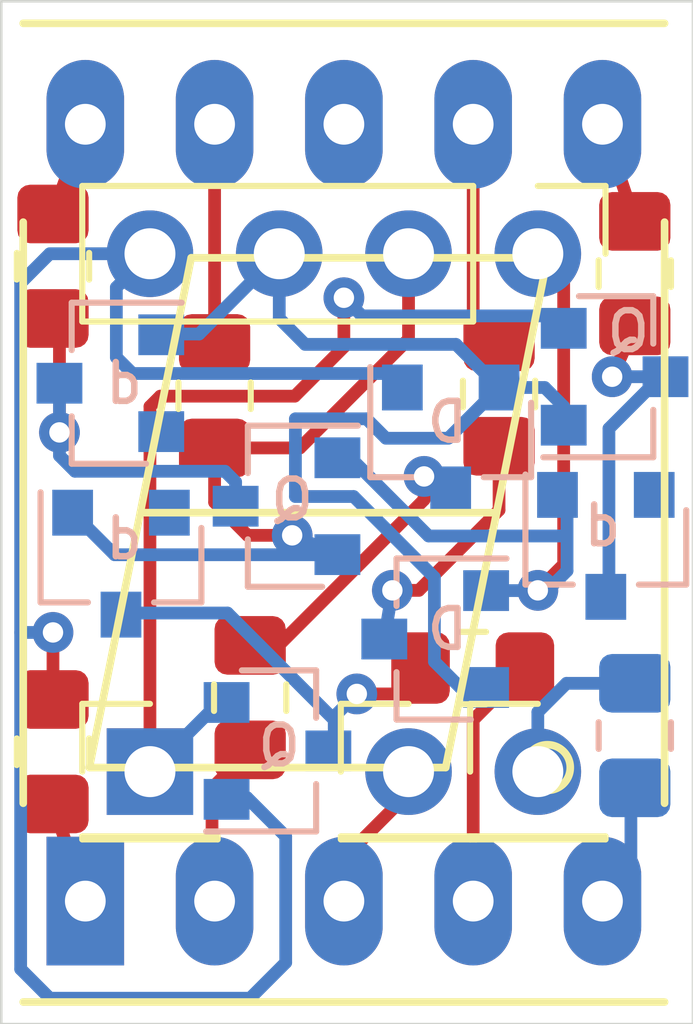
<source format=kicad_pcb>
(kicad_pcb (version 20171130) (host pcbnew 5.1.9+dfsg1-1+deb11u1)

  (general
    (thickness 1.6)
    (drawings 12)
    (tracks 127)
    (zones 0)
    (modules 21)
    (nets 22)
  )

  (page A4)
  (layers
    (0 F.Cu signal hide)
    (31 B.Cu signal hide)
    (32 B.Adhes user hide)
    (33 F.Adhes user hide)
    (34 B.Paste user)
    (35 F.Paste user hide)
    (36 B.SilkS user)
    (37 F.SilkS user hide)
    (38 B.Mask user)
    (39 F.Mask user hide)
    (40 Dwgs.User user)
    (41 Cmts.User user)
    (42 Eco1.User user)
    (43 Eco2.User user)
    (44 Edge.Cuts user)
    (45 Margin user hide)
    (46 B.CrtYd user)
    (47 F.CrtYd user hide)
    (48 B.Fab user)
    (49 F.Fab user hide)
  )

  (setup
    (last_trace_width 0.25)
    (trace_clearance 0.2)
    (zone_clearance 0.508)
    (zone_45_only no)
    (trace_min 0.2)
    (via_size 0.8)
    (via_drill 0.4)
    (via_min_size 0.4)
    (via_min_drill 0.3)
    (uvia_size 0.3)
    (uvia_drill 0.1)
    (uvias_allowed no)
    (uvia_min_size 0.2)
    (uvia_min_drill 0.1)
    (edge_width 0.05)
    (segment_width 0.2)
    (pcb_text_width 0.3)
    (pcb_text_size 1.5 1.5)
    (mod_edge_width 0.12)
    (mod_text_size 1 1)
    (mod_text_width 0.15)
    (pad_size 1.7 1.7)
    (pad_drill 1)
    (pad_to_mask_clearance 0)
    (aux_axis_origin 0 0)
    (visible_elements 7FFFEFFF)
    (pcbplotparams
      (layerselection 0x010fc_ffffffff)
      (usegerberextensions false)
      (usegerberattributes true)
      (usegerberadvancedattributes true)
      (creategerberjobfile true)
      (excludeedgelayer true)
      (linewidth 0.100000)
      (plotframeref false)
      (viasonmask false)
      (mode 1)
      (useauxorigin false)
      (hpglpennumber 1)
      (hpglpenspeed 20)
      (hpglpendiameter 15.000000)
      (psnegative false)
      (psa4output false)
      (plotreference true)
      (plotvalue true)
      (plotinvisibletext false)
      (padsonsilk false)
      (subtractmaskfromsilk false)
      (outputformat 1)
      (mirror false)
      (drillshape 1)
      (scaleselection 1)
      (outputdirectory ""))
  )

  (net 0 "")
  (net 1 "Net-(AFF1-Pad1)")
  (net 2 "Net-(AFF1-Pad2)")
  (net 3 "Net-(AFF1-Pad3)")
  (net 4 "Net-(AFF1-Pad4)")
  (net 5 "Net-(AFF1-Pad5)")
  (net 6 "Net-(AFF1-Pad6)")
  (net 7 "Net-(AFF1-Pad7)")
  (net 8 "Net-(AFF1-Pad9)")
  (net 9 "Net-(AFF1-Pad10)")
  (net 10 "Net-(D1-Pad3)")
  (net 11 "Net-(D1-Pad2)")
  (net 12 "Net-(D1-Pad1)")
  (net 13 "Net-(D2-Pad1)")
  (net 14 "Net-(D3-Pad2)")
  (net 15 "Net-(D3-Pad1)")
  (net 16 "Net-(D4-Pad3)")
  (net 17 "Net-(D4-Pad1)")
  (net 18 "Net-(D5-Pad1)")
  (net 19 "Net-(J1-Pad1)")
  (net 20 "Net-(J2-Pad1)")
  (net 21 "Net-(AFF1-Pad8)")

  (net_class Default "This is the default net class."
    (clearance 0.2)
    (trace_width 0.25)
    (via_dia 0.8)
    (via_drill 0.4)
    (uvia_dia 0.3)
    (uvia_drill 0.1)
    (add_net "Net-(AFF1-Pad1)")
    (add_net "Net-(AFF1-Pad10)")
    (add_net "Net-(AFF1-Pad2)")
    (add_net "Net-(AFF1-Pad3)")
    (add_net "Net-(AFF1-Pad4)")
    (add_net "Net-(AFF1-Pad5)")
    (add_net "Net-(AFF1-Pad6)")
    (add_net "Net-(AFF1-Pad7)")
    (add_net "Net-(AFF1-Pad8)")
    (add_net "Net-(AFF1-Pad9)")
    (add_net "Net-(D1-Pad1)")
    (add_net "Net-(D1-Pad2)")
    (add_net "Net-(D1-Pad3)")
    (add_net "Net-(D2-Pad1)")
    (add_net "Net-(D3-Pad1)")
    (add_net "Net-(D3-Pad2)")
    (add_net "Net-(D4-Pad1)")
    (add_net "Net-(D4-Pad3)")
    (add_net "Net-(D5-Pad1)")
    (add_net "Net-(J1-Pad1)")
    (add_net "Net-(J2-Pad1)")
  )

  (module Connector_PinHeader_2.54mm:PinHeader_1x01_P2.54mm_Vertical (layer F.Cu) (tedit 6541B3D2) (tstamp 6542E249)
    (at 146.05 78.74)
    (descr "Through hole straight pin header, 1x01, 2.54mm pitch, single row")
    (tags "Through hole pin header THT 1x01 2.54mm single row")
    (path /655213ED)
    (fp_text reference J4 (at 0 -2.33) (layer F.SilkS) hide
      (effects (font (size 1 1) (thickness 0.15)))
    )
    (fp_text value Conn_01x01_Male (at 0 2.33) (layer F.Fab)
      (effects (font (size 1 1) (thickness 0.15)))
    )
    (fp_line (start 1.8 -1.8) (end -1.8 -1.8) (layer F.CrtYd) (width 0.05))
    (fp_line (start 1.8 1.8) (end 1.8 -1.8) (layer F.CrtYd) (width 0.05))
    (fp_line (start -1.8 1.8) (end 1.8 1.8) (layer F.CrtYd) (width 0.05))
    (fp_line (start -1.8 -1.8) (end -1.8 1.8) (layer F.CrtYd) (width 0.05))
    (fp_line (start -1.33 -1.33) (end 0 -1.33) (layer F.SilkS) (width 0.12))
    (fp_line (start -1.33 0) (end -1.33 -1.33) (layer F.SilkS) (width 0.12))
    (fp_line (start -1.33 1.27) (end 1.33 1.27) (layer F.SilkS) (width 0.12))
    (fp_line (start 1.33 1.27) (end 1.33 1.33) (layer F.SilkS) (width 0.12))
    (fp_line (start -1.33 1.27) (end -1.33 1.33) (layer F.SilkS) (width 0.12))
    (fp_line (start -1.33 1.33) (end 1.33 1.33) (layer F.SilkS) (width 0.12))
    (fp_line (start -1.27 -0.635) (end -0.635 -1.27) (layer F.Fab) (width 0.1))
    (fp_line (start -1.27 1.27) (end -1.27 -0.635) (layer F.Fab) (width 0.1))
    (fp_line (start 1.27 1.27) (end -1.27 1.27) (layer F.Fab) (width 0.1))
    (fp_line (start 1.27 -1.27) (end 1.27 1.27) (layer F.Fab) (width 0.1))
    (fp_line (start -0.635 -1.27) (end 1.27 -1.27) (layer F.Fab) (width 0.1))
    (fp_text user %R (at 0 0 90) (layer F.Fab)
      (effects (font (size 1 1) (thickness 0.15)))
    )
    (pad 1 thru_hole circle (at 0 0) (size 1.7 1.7) (drill 1) (layers *.Cu *.Mask)
      (net 3 "Net-(AFF1-Pad3)"))
    (model ${KISYS3DMOD}/Connector_PinHeader_2.54mm.3dshapes/PinHeader_1x01_P2.54mm_Vertical.wrl
      (at (xyz 0 0 0))
      (scale (xyz 1 1 1))
      (rotate (xyz 0 0 0))
    )
  )

  (module Package_TO_SOT_SMD:SOT-23 (layer B.Cu) (tedit 5A02FF57) (tstamp 6542383F)
    (at 146.878 72.204 270)
    (descr "SOT-23, Standard")
    (tags SOT-23)
    (path /6541A081)
    (attr smd)
    (fp_text reference D4 (at -0.957 -5.903 90) (layer B.SilkS) hide
      (effects (font (size 1 1) (thickness 0.15)) (justify mirror))
    )
    (fp_text value D_Schottky_x2_KCom_AAK (at -0.576 -15.301 90) (layer B.Fab)
      (effects (font (size 1 1) (thickness 0.15)) (justify mirror))
    )
    (fp_line (start -0.7 0.95) (end -0.7 -1.5) (layer B.Fab) (width 0.1))
    (fp_line (start -0.15 1.52) (end 0.7 1.52) (layer B.Fab) (width 0.1))
    (fp_line (start -0.7 0.95) (end -0.15 1.52) (layer B.Fab) (width 0.1))
    (fp_line (start 0.7 1.52) (end 0.7 -1.52) (layer B.Fab) (width 0.1))
    (fp_line (start -0.7 -1.52) (end 0.7 -1.52) (layer B.Fab) (width 0.1))
    (fp_line (start 0.76 -1.58) (end 0.76 -0.65) (layer B.SilkS) (width 0.12))
    (fp_line (start 0.76 1.58) (end 0.76 0.65) (layer B.SilkS) (width 0.12))
    (fp_line (start -1.7 1.75) (end 1.7 1.75) (layer B.CrtYd) (width 0.05))
    (fp_line (start 1.7 1.75) (end 1.7 -1.75) (layer B.CrtYd) (width 0.05))
    (fp_line (start 1.7 -1.75) (end -1.7 -1.75) (layer B.CrtYd) (width 0.05))
    (fp_line (start -1.7 -1.75) (end -1.7 1.75) (layer B.CrtYd) (width 0.05))
    (fp_line (start 0.76 1.58) (end -1.4 1.58) (layer B.SilkS) (width 0.12))
    (fp_line (start 0.76 -1.58) (end -0.7 -1.58) (layer B.SilkS) (width 0.12))
    (fp_text user %R (at 0 0 180) (layer B.Fab)
      (effects (font (size 0.5 0.5) (thickness 0.075)) (justify mirror))
    )
    (pad 3 smd rect (at 1 0 270) (size 0.9 0.8) (layers B.Cu B.Paste B.Mask)
      (net 16 "Net-(D4-Pad3)"))
    (pad 2 smd rect (at -1 -0.95 270) (size 0.9 0.8) (layers B.Cu B.Paste B.Mask)
      (net 11 "Net-(D1-Pad2)"))
    (pad 1 smd rect (at -1 0.95 270) (size 0.9 0.8) (layers B.Cu B.Paste B.Mask)
      (net 17 "Net-(D4-Pad1)"))
    (model ${KISYS3DMOD}/Package_TO_SOT_SMD.3dshapes/SOT-23.wrl
      (at (xyz 0 0 0))
      (scale (xyz 1 1 1))
      (rotate (xyz 0 0 0))
    )
  )

  (module Package_TO_SOT_SMD:SOT-23 (layer B.Cu) (tedit 5A02FF57) (tstamp 654235CA)
    (at 146.574 76.139 180)
    (descr "SOT-23, Standard")
    (tags SOT-23)
    (path /65419F56)
    (attr smd)
    (fp_text reference D1 (at -7.731 0.447) (layer B.SilkS) hide
      (effects (font (size 1 1) (thickness 0.15)) (justify mirror))
    )
    (fp_text value D_Schottky_x2_KCom_AAK (at -15.351 -4.379) (layer B.Fab)
      (effects (font (size 1 1) (thickness 0.15)) (justify mirror))
    )
    (fp_line (start -0.7 0.95) (end -0.7 -1.5) (layer B.Fab) (width 0.1))
    (fp_line (start -0.15 1.52) (end 0.7 1.52) (layer B.Fab) (width 0.1))
    (fp_line (start -0.7 0.95) (end -0.15 1.52) (layer B.Fab) (width 0.1))
    (fp_line (start 0.7 1.52) (end 0.7 -1.52) (layer B.Fab) (width 0.1))
    (fp_line (start -0.7 -1.52) (end 0.7 -1.52) (layer B.Fab) (width 0.1))
    (fp_line (start 0.76 -1.58) (end 0.76 -0.65) (layer B.SilkS) (width 0.12))
    (fp_line (start 0.76 1.58) (end 0.76 0.65) (layer B.SilkS) (width 0.12))
    (fp_line (start -1.7 1.75) (end 1.7 1.75) (layer B.CrtYd) (width 0.05))
    (fp_line (start 1.7 1.75) (end 1.7 -1.75) (layer B.CrtYd) (width 0.05))
    (fp_line (start 1.7 -1.75) (end -1.7 -1.75) (layer B.CrtYd) (width 0.05))
    (fp_line (start -1.7 -1.75) (end -1.7 1.75) (layer B.CrtYd) (width 0.05))
    (fp_line (start 0.76 1.58) (end -1.4 1.58) (layer B.SilkS) (width 0.12))
    (fp_line (start 0.76 -1.58) (end -0.7 -1.58) (layer B.SilkS) (width 0.12))
    (fp_text user %R (at 0 0 270) (layer B.Fab)
      (effects (font (size 0.5 0.5) (thickness 0.075)) (justify mirror))
    )
    (pad 3 smd rect (at 1 0 180) (size 0.9 0.8) (layers B.Cu B.Paste B.Mask)
      (net 10 "Net-(D1-Pad3)"))
    (pad 2 smd rect (at -1 -0.95 180) (size 0.9 0.8) (layers B.Cu B.Paste B.Mask)
      (net 11 "Net-(D1-Pad2)"))
    (pad 1 smd rect (at -1 0.95 180) (size 0.9 0.8) (layers B.Cu B.Paste B.Mask)
      (net 12 "Net-(D1-Pad1)"))
    (model ${KISYS3DMOD}/Package_TO_SOT_SMD.3dshapes/SOT-23.wrl
      (at (xyz 0 0 0))
      (scale (xyz 1 1 1))
      (rotate (xyz 0 0 0))
    )
  )

  (module Diode_SMD:D_SOT-23_ANK (layer B.Cu) (tedit 587CCEF9) (tstamp 654238F6)
    (at 140.192 71.12 180)
    (descr "SOT-23, Single Diode")
    (tags SOT-23)
    (path /6541E7AC)
    (attr smd)
    (fp_text reference D5 (at 0 2.5) (layer B.SilkS) hide
      (effects (font (size 1 1) (thickness 0.15)) (justify mirror))
    )
    (fp_text value 1N4148W (at 5.826 1.905) (layer B.Fab)
      (effects (font (size 1 1) (thickness 0.15)) (justify mirror))
    )
    (fp_line (start -0.15 0.45) (end -0.4 0.45) (layer B.Fab) (width 0.1))
    (fp_line (start -0.15 0.25) (end 0.15 0.45) (layer B.Fab) (width 0.1))
    (fp_line (start -0.15 0.65) (end -0.15 0.25) (layer B.Fab) (width 0.1))
    (fp_line (start 0.15 0.45) (end -0.15 0.65) (layer B.Fab) (width 0.1))
    (fp_line (start 0.15 0.45) (end 0.4 0.45) (layer B.Fab) (width 0.1))
    (fp_line (start 0.15 0.65) (end 0.15 0.25) (layer B.Fab) (width 0.1))
    (fp_line (start 0.76 -1.58) (end 0.76 -0.65) (layer B.SilkS) (width 0.12))
    (fp_line (start 0.76 1.58) (end 0.76 0.65) (layer B.SilkS) (width 0.12))
    (fp_line (start 0.7 1.52) (end 0.7 -1.52) (layer B.Fab) (width 0.1))
    (fp_line (start -0.7 -1.52) (end 0.7 -1.52) (layer B.Fab) (width 0.1))
    (fp_line (start -1.7 1.75) (end 1.7 1.75) (layer B.CrtYd) (width 0.05))
    (fp_line (start 1.7 1.75) (end 1.7 -1.75) (layer B.CrtYd) (width 0.05))
    (fp_line (start 1.7 -1.75) (end -1.7 -1.75) (layer B.CrtYd) (width 0.05))
    (fp_line (start -1.7 -1.75) (end -1.7 1.75) (layer B.CrtYd) (width 0.05))
    (fp_line (start 0.76 1.58) (end -1.4 1.58) (layer B.SilkS) (width 0.12))
    (fp_line (start -0.7 1.52) (end 0.7 1.52) (layer B.Fab) (width 0.1))
    (fp_line (start -0.7 1.52) (end -0.7 -1.52) (layer B.Fab) (width 0.1))
    (fp_line (start 0.76 -1.58) (end -0.7 -1.58) (layer B.SilkS) (width 0.12))
    (fp_text user %R (at 3.413 3.556) (layer B.Fab)
      (effects (font (size 1 1) (thickness 0.15)) (justify mirror))
    )
    (pad 1 smd rect (at 1 0 180) (size 0.9 0.8) (layers B.Cu B.Paste B.Mask)
      (net 18 "Net-(D5-Pad1)"))
    (pad "" smd rect (at -1 -0.95 180) (size 0.9 0.8) (layers B.Cu B.Paste B.Mask))
    (pad 2 smd rect (at -1 0.95 180) (size 0.9 0.8) (layers B.Cu B.Paste B.Mask)
      (net 11 "Net-(D1-Pad2)"))
    (model ${KISYS3DMOD}/Diode_SMD.3dshapes/D_SOT-23.wrl
      (at (xyz 0 0 0))
      (scale (xyz 1 1 1))
      (rotate (xyz 0 0 0))
    )
  )

  (module Diode_SMD:D_SOT-23_ANK (layer B.Cu) (tedit 587CCEF9) (tstamp 65423738)
    (at 140.401 74.66 270)
    (descr "SOT-23, Single Diode")
    (tags SOT-23)
    (path /6541E3F4)
    (attr smd)
    (fp_text reference D3 (at 1.032 3.368 90) (layer B.SilkS) hide
      (effects (font (size 1 1) (thickness 0.15)) (justify mirror))
    )
    (fp_text value 1N4148W (at 2.429 6.797 90) (layer B.Fab)
      (effects (font (size 1 1) (thickness 0.15)) (justify mirror))
    )
    (fp_line (start -0.15 0.45) (end -0.4 0.45) (layer B.Fab) (width 0.1))
    (fp_line (start -0.15 0.25) (end 0.15 0.45) (layer B.Fab) (width 0.1))
    (fp_line (start -0.15 0.65) (end -0.15 0.25) (layer B.Fab) (width 0.1))
    (fp_line (start 0.15 0.45) (end -0.15 0.65) (layer B.Fab) (width 0.1))
    (fp_line (start 0.15 0.45) (end 0.4 0.45) (layer B.Fab) (width 0.1))
    (fp_line (start 0.15 0.65) (end 0.15 0.25) (layer B.Fab) (width 0.1))
    (fp_line (start 0.76 -1.58) (end 0.76 -0.65) (layer B.SilkS) (width 0.12))
    (fp_line (start 0.76 1.58) (end 0.76 0.65) (layer B.SilkS) (width 0.12))
    (fp_line (start 0.7 1.52) (end 0.7 -1.52) (layer B.Fab) (width 0.1))
    (fp_line (start -0.7 -1.52) (end 0.7 -1.52) (layer B.Fab) (width 0.1))
    (fp_line (start -1.7 1.75) (end 1.7 1.75) (layer B.CrtYd) (width 0.05))
    (fp_line (start 1.7 1.75) (end 1.7 -1.75) (layer B.CrtYd) (width 0.05))
    (fp_line (start 1.7 -1.75) (end -1.7 -1.75) (layer B.CrtYd) (width 0.05))
    (fp_line (start -1.7 -1.75) (end -1.7 1.75) (layer B.CrtYd) (width 0.05))
    (fp_line (start 0.76 1.58) (end -1.4 1.58) (layer B.SilkS) (width 0.12))
    (fp_line (start -0.7 1.52) (end 0.7 1.52) (layer B.Fab) (width 0.1))
    (fp_line (start -0.7 1.52) (end -0.7 -1.52) (layer B.Fab) (width 0.1))
    (fp_line (start 0.76 -1.58) (end -0.7 -1.58) (layer B.SilkS) (width 0.12))
    (fp_text user %R (at -3.159 5.527 90) (layer B.Fab)
      (effects (font (size 1 1) (thickness 0.15)) (justify mirror))
    )
    (pad 1 smd rect (at 1 0 270) (size 0.9 0.8) (layers B.Cu B.Paste B.Mask)
      (net 15 "Net-(D3-Pad1)"))
    (pad "" smd rect (at -1 -0.95 270) (size 0.9 0.8) (layers B.Cu B.Paste B.Mask))
    (pad 2 smd rect (at -1 0.95 270) (size 0.9 0.8) (layers B.Cu B.Paste B.Mask)
      (net 14 "Net-(D3-Pad2)"))
    (model ${KISYS3DMOD}/Diode_SMD.3dshapes/D_SOT-23.wrl
      (at (xyz 0 0 0))
      (scale (xyz 1 1 1))
      (rotate (xyz 0 0 0))
    )
  )

  (module Diode_SMD:D_SOT-23_ANK (layer B.Cu) (tedit 587CCEF9) (tstamp 65423681)
    (at 149.926 74.311 270)
    (descr "SOT-23, Single Diode")
    (tags SOT-23)
    (path /6541E1BB)
    (attr smd)
    (fp_text reference D2 (at -3.318 -4.76) (layer B.SilkS) hide
      (effects (font (size 1 1) (thickness 0.15)) (justify mirror))
    )
    (fp_text value 1N4148W (at -0.143 -7.681 90) (layer B.Fab)
      (effects (font (size 1 1) (thickness 0.15)) (justify mirror))
    )
    (fp_line (start -0.15 0.45) (end -0.4 0.45) (layer B.Fab) (width 0.1))
    (fp_line (start -0.15 0.25) (end 0.15 0.45) (layer B.Fab) (width 0.1))
    (fp_line (start -0.15 0.65) (end -0.15 0.25) (layer B.Fab) (width 0.1))
    (fp_line (start 0.15 0.45) (end -0.15 0.65) (layer B.Fab) (width 0.1))
    (fp_line (start 0.15 0.45) (end 0.4 0.45) (layer B.Fab) (width 0.1))
    (fp_line (start 0.15 0.65) (end 0.15 0.25) (layer B.Fab) (width 0.1))
    (fp_line (start 0.76 -1.58) (end 0.76 -0.65) (layer B.SilkS) (width 0.12))
    (fp_line (start 0.76 1.58) (end 0.76 0.65) (layer B.SilkS) (width 0.12))
    (fp_line (start 0.7 1.52) (end 0.7 -1.52) (layer B.Fab) (width 0.1))
    (fp_line (start -0.7 -1.52) (end 0.7 -1.52) (layer B.Fab) (width 0.1))
    (fp_line (start -1.7 1.75) (end 1.7 1.75) (layer B.CrtYd) (width 0.05))
    (fp_line (start 1.7 1.75) (end 1.7 -1.75) (layer B.CrtYd) (width 0.05))
    (fp_line (start 1.7 -1.75) (end -1.7 -1.75) (layer B.CrtYd) (width 0.05))
    (fp_line (start -1.7 -1.75) (end -1.7 1.75) (layer B.CrtYd) (width 0.05))
    (fp_line (start 0.76 1.58) (end -1.4 1.58) (layer B.SilkS) (width 0.12))
    (fp_line (start -0.7 1.52) (end 0.7 1.52) (layer B.Fab) (width 0.1))
    (fp_line (start -0.7 1.52) (end -0.7 -1.52) (layer B.Fab) (width 0.1))
    (fp_line (start 0.76 -1.58) (end -0.7 -1.58) (layer B.SilkS) (width 0.12))
    (fp_text user %R (at -1.032 -4.252 90) (layer B.Fab)
      (effects (font (size 1 1) (thickness 0.15)) (justify mirror))
    )
    (pad 1 smd rect (at 1 0 270) (size 0.9 0.8) (layers B.Cu B.Paste B.Mask)
      (net 13 "Net-(D2-Pad1)"))
    (pad "" smd rect (at -1 -0.95 270) (size 0.9 0.8) (layers B.Cu B.Paste B.Mask))
    (pad 2 smd rect (at -1 0.95 270) (size 0.9 0.8) (layers B.Cu B.Paste B.Mask)
      (net 12 "Net-(D1-Pad1)"))
    (model ${KISYS3DMOD}/Diode_SMD.3dshapes/D_SOT-23.wrl
      (at (xyz 0 0 0))
      (scale (xyz 1 1 1))
      (rotate (xyz 0 0 0))
    )
  )

  (module Resistor_SMD:R_0805_2012Metric_Pad1.15x1.40mm_HandSolder (layer B.Cu) (tedit 5B36C52B) (tstamp 65424709)
    (at 150.495 78.0325 90)
    (descr "Resistor SMD 0805 (2012 Metric), square (rectangular) end terminal, IPC_7351 nominal with elongated pad for handsoldering. (Body size source: https://docs.google.com/spreadsheets/d/1BsfQQcO9C6DZCsRaXUlFlo91Tg2WpOkGARC1WS5S8t0/edit?usp=sharing), generated with kicad-footprint-generator")
    (tags "resistor handsolder")
    (path /654B1E96)
    (attr smd)
    (fp_text reference R8 (at -0.4535 4.064 90) (layer B.SilkS) hide
      (effects (font (size 1 1) (thickness 0.15)) (justify mirror))
    )
    (fp_text value R (at 0 -1.65 90) (layer B.Fab)
      (effects (font (size 1 1) (thickness 0.15)) (justify mirror))
    )
    (fp_line (start -1 -0.6) (end -1 0.6) (layer B.Fab) (width 0.1))
    (fp_line (start -1 0.6) (end 1 0.6) (layer B.Fab) (width 0.1))
    (fp_line (start 1 0.6) (end 1 -0.6) (layer B.Fab) (width 0.1))
    (fp_line (start 1 -0.6) (end -1 -0.6) (layer B.Fab) (width 0.1))
    (fp_line (start -0.261252 0.71) (end 0.261252 0.71) (layer B.SilkS) (width 0.12))
    (fp_line (start -0.261252 -0.71) (end 0.261252 -0.71) (layer B.SilkS) (width 0.12))
    (fp_line (start -1.85 -0.95) (end -1.85 0.95) (layer B.CrtYd) (width 0.05))
    (fp_line (start -1.85 0.95) (end 1.85 0.95) (layer B.CrtYd) (width 0.05))
    (fp_line (start 1.85 0.95) (end 1.85 -0.95) (layer B.CrtYd) (width 0.05))
    (fp_line (start 1.85 -0.95) (end -1.85 -0.95) (layer B.CrtYd) (width 0.05))
    (fp_text user %R (at 0 0 90) (layer B.Fab)
      (effects (font (size 0.5 0.5) (thickness 0.08)) (justify mirror))
    )
    (pad 2 smd roundrect (at 1.025 0 90) (size 1.15 1.4) (layers B.Cu B.Paste B.Mask) (roundrect_rratio 0.217391)
      (net 19 "Net-(J1-Pad1)"))
    (pad 1 smd roundrect (at -1.025 0 90) (size 1.15 1.4) (layers B.Cu B.Paste B.Mask) (roundrect_rratio 0.217391)
      (net 5 "Net-(AFF1-Pad5)"))
    (model ${KISYS3DMOD}/Resistor_SMD.3dshapes/R_0805_2012Metric.wrl
      (at (xyz 0 0 0))
      (scale (xyz 1 1 1))
      (rotate (xyz 0 0 0))
    )
  )

  (module Resistor_SMD:R_0805_2012Metric_Pad1.15x1.40mm_HandSolder (layer F.Cu) (tedit 5B36C52B) (tstamp 65424682)
    (at 139.065 68.825 270)
    (descr "Resistor SMD 0805 (2012 Metric), square (rectangular) end terminal, IPC_7351 nominal with elongated pad for handsoldering. (Body size source: https://docs.google.com/spreadsheets/d/1BsfQQcO9C6DZCsRaXUlFlo91Tg2WpOkGARC1WS5S8t0/edit?usp=sharing), generated with kicad-footprint-generator")
    (tags "resistor handsolder")
    (path /65420B81)
    (attr smd)
    (fp_text reference R7 (at 0 -1.65 90) (layer F.SilkS) hide
      (effects (font (size 1 1) (thickness 0.15)))
    )
    (fp_text value R (at 0 1.65 90) (layer F.Fab)
      (effects (font (size 1 1) (thickness 0.15)))
    )
    (fp_line (start -1 0.6) (end -1 -0.6) (layer F.Fab) (width 0.1))
    (fp_line (start -1 -0.6) (end 1 -0.6) (layer F.Fab) (width 0.1))
    (fp_line (start 1 -0.6) (end 1 0.6) (layer F.Fab) (width 0.1))
    (fp_line (start 1 0.6) (end -1 0.6) (layer F.Fab) (width 0.1))
    (fp_line (start -0.261252 -0.71) (end 0.261252 -0.71) (layer F.SilkS) (width 0.12))
    (fp_line (start -0.261252 0.71) (end 0.261252 0.71) (layer F.SilkS) (width 0.12))
    (fp_line (start -1.85 0.95) (end -1.85 -0.95) (layer F.CrtYd) (width 0.05))
    (fp_line (start -1.85 -0.95) (end 1.85 -0.95) (layer F.CrtYd) (width 0.05))
    (fp_line (start 1.85 -0.95) (end 1.85 0.95) (layer F.CrtYd) (width 0.05))
    (fp_line (start 1.85 0.95) (end -1.85 0.95) (layer F.CrtYd) (width 0.05))
    (fp_text user %R (at 0 0 90) (layer F.Fab)
      (effects (font (size 0.5 0.5) (thickness 0.08)))
    )
    (pad 2 smd roundrect (at 1.025 0 270) (size 1.15 1.4) (layers F.Cu F.Paste F.Mask) (roundrect_rratio 0.217391)
      (net 18 "Net-(D5-Pad1)"))
    (pad 1 smd roundrect (at -1.025 0 270) (size 1.15 1.4) (layers F.Cu F.Paste F.Mask) (roundrect_rratio 0.217391)
      (net 9 "Net-(AFF1-Pad10)"))
    (model ${KISYS3DMOD}/Resistor_SMD.3dshapes/R_0805_2012Metric.wrl
      (at (xyz 0 0 0))
      (scale (xyz 1 1 1))
      (rotate (xyz 0 0 0))
    )
  )

  (module Resistor_SMD:R_0805_2012Metric_Pad1.15x1.40mm_HandSolder (layer F.Cu) (tedit 5B36C52B) (tstamp 654245FB)
    (at 142.24 71.365 270)
    (descr "Resistor SMD 0805 (2012 Metric), square (rectangular) end terminal, IPC_7351 nominal with elongated pad for handsoldering. (Body size source: https://docs.google.com/spreadsheets/d/1BsfQQcO9C6DZCsRaXUlFlo91Tg2WpOkGARC1WS5S8t0/edit?usp=sharing), generated with kicad-footprint-generator")
    (tags "resistor handsolder")
    (path /65420765)
    (attr smd)
    (fp_text reference R6 (at 0 -1.65 90) (layer F.SilkS) hide
      (effects (font (size 1 1) (thickness 0.15)))
    )
    (fp_text value R (at 0 1.65 90) (layer F.Fab)
      (effects (font (size 1 1) (thickness 0.15)))
    )
    (fp_line (start -1 0.6) (end -1 -0.6) (layer F.Fab) (width 0.1))
    (fp_line (start -1 -0.6) (end 1 -0.6) (layer F.Fab) (width 0.1))
    (fp_line (start 1 -0.6) (end 1 0.6) (layer F.Fab) (width 0.1))
    (fp_line (start 1 0.6) (end -1 0.6) (layer F.Fab) (width 0.1))
    (fp_line (start -0.261252 -0.71) (end 0.261252 -0.71) (layer F.SilkS) (width 0.12))
    (fp_line (start -0.261252 0.71) (end 0.261252 0.71) (layer F.SilkS) (width 0.12))
    (fp_line (start -1.85 0.95) (end -1.85 -0.95) (layer F.CrtYd) (width 0.05))
    (fp_line (start -1.85 -0.95) (end 1.85 -0.95) (layer F.CrtYd) (width 0.05))
    (fp_line (start 1.85 -0.95) (end 1.85 0.95) (layer F.CrtYd) (width 0.05))
    (fp_line (start 1.85 0.95) (end -1.85 0.95) (layer F.CrtYd) (width 0.05))
    (fp_text user %R (at 0 0 90) (layer F.Fab)
      (effects (font (size 0.5 0.5) (thickness 0.08)))
    )
    (pad 2 smd roundrect (at 1.025 0 270) (size 1.15 1.4) (layers F.Cu F.Paste F.Mask) (roundrect_rratio 0.217391)
      (net 14 "Net-(D3-Pad2)"))
    (pad 1 smd roundrect (at -1.025 0 270) (size 1.15 1.4) (layers F.Cu F.Paste F.Mask) (roundrect_rratio 0.217391)
      (net 8 "Net-(AFF1-Pad9)"))
    (model ${KISYS3DMOD}/Resistor_SMD.3dshapes/R_0805_2012Metric.wrl
      (at (xyz 0 0 0))
      (scale (xyz 1 1 1))
      (rotate (xyz 0 0 0))
    )
  )

  (module Resistor_SMD:R_0805_2012Metric_Pad1.15x1.40mm_HandSolder (layer F.Cu) (tedit 5B36C52B) (tstamp 65424574)
    (at 139.065 78.35 90)
    (descr "Resistor SMD 0805 (2012 Metric), square (rectangular) end terminal, IPC_7351 nominal with elongated pad for handsoldering. (Body size source: https://docs.google.com/spreadsheets/d/1BsfQQcO9C6DZCsRaXUlFlo91Tg2WpOkGARC1WS5S8t0/edit?usp=sharing), generated with kicad-footprint-generator")
    (tags "resistor handsolder")
    (path /654204CF)
    (attr smd)
    (fp_text reference R5 (at 0 -1.65 90) (layer F.SilkS) hide
      (effects (font (size 1 1) (thickness 0.15)))
    )
    (fp_text value R (at 0 1.65 90) (layer F.Fab)
      (effects (font (size 1 1) (thickness 0.15)))
    )
    (fp_line (start -1 0.6) (end -1 -0.6) (layer F.Fab) (width 0.1))
    (fp_line (start -1 -0.6) (end 1 -0.6) (layer F.Fab) (width 0.1))
    (fp_line (start 1 -0.6) (end 1 0.6) (layer F.Fab) (width 0.1))
    (fp_line (start 1 0.6) (end -1 0.6) (layer F.Fab) (width 0.1))
    (fp_line (start -0.261252 -0.71) (end 0.261252 -0.71) (layer F.SilkS) (width 0.12))
    (fp_line (start -0.261252 0.71) (end 0.261252 0.71) (layer F.SilkS) (width 0.12))
    (fp_line (start -1.85 0.95) (end -1.85 -0.95) (layer F.CrtYd) (width 0.05))
    (fp_line (start -1.85 -0.95) (end 1.85 -0.95) (layer F.CrtYd) (width 0.05))
    (fp_line (start 1.85 -0.95) (end 1.85 0.95) (layer F.CrtYd) (width 0.05))
    (fp_line (start 1.85 0.95) (end -1.85 0.95) (layer F.CrtYd) (width 0.05))
    (fp_text user %R (at 0 0 90) (layer F.Fab)
      (effects (font (size 0.5 0.5) (thickness 0.08)))
    )
    (pad 2 smd roundrect (at 1.025 0 90) (size 1.15 1.4) (layers F.Cu F.Paste F.Mask) (roundrect_rratio 0.217391)
      (net 17 "Net-(D4-Pad1)"))
    (pad 1 smd roundrect (at -1.025 0 90) (size 1.15 1.4) (layers F.Cu F.Paste F.Mask) (roundrect_rratio 0.217391)
      (net 1 "Net-(AFF1-Pad1)"))
    (model ${KISYS3DMOD}/Resistor_SMD.3dshapes/R_0805_2012Metric.wrl
      (at (xyz 0 0 0))
      (scale (xyz 1 1 1))
      (rotate (xyz 0 0 0))
    )
  )

  (module Resistor_SMD:R_0805_2012Metric_Pad1.15x1.40mm_HandSolder (layer F.Cu) (tedit 5B36C52B) (tstamp 654244ED)
    (at 142.9385 77.2885 90)
    (descr "Resistor SMD 0805 (2012 Metric), square (rectangular) end terminal, IPC_7351 nominal with elongated pad for handsoldering. (Body size source: https://docs.google.com/spreadsheets/d/1BsfQQcO9C6DZCsRaXUlFlo91Tg2WpOkGARC1WS5S8t0/edit?usp=sharing), generated with kicad-footprint-generator")
    (tags "resistor handsolder")
    (path /6542010D)
    (attr smd)
    (fp_text reference R4 (at 0 -1.65 90) (layer F.SilkS) hide
      (effects (font (size 1 1) (thickness 0.15)))
    )
    (fp_text value R (at 0 1.65 90) (layer F.Fab)
      (effects (font (size 1 1) (thickness 0.15)))
    )
    (fp_line (start -1 0.6) (end -1 -0.6) (layer F.Fab) (width 0.1))
    (fp_line (start -1 -0.6) (end 1 -0.6) (layer F.Fab) (width 0.1))
    (fp_line (start 1 -0.6) (end 1 0.6) (layer F.Fab) (width 0.1))
    (fp_line (start 1 0.6) (end -1 0.6) (layer F.Fab) (width 0.1))
    (fp_line (start -0.261252 -0.71) (end 0.261252 -0.71) (layer F.SilkS) (width 0.12))
    (fp_line (start -0.261252 0.71) (end 0.261252 0.71) (layer F.SilkS) (width 0.12))
    (fp_line (start -1.85 0.95) (end -1.85 -0.95) (layer F.CrtYd) (width 0.05))
    (fp_line (start -1.85 -0.95) (end 1.85 -0.95) (layer F.CrtYd) (width 0.05))
    (fp_line (start 1.85 -0.95) (end 1.85 0.95) (layer F.CrtYd) (width 0.05))
    (fp_line (start 1.85 0.95) (end -1.85 0.95) (layer F.CrtYd) (width 0.05))
    (fp_text user %R (at 0 0 90) (layer F.Fab)
      (effects (font (size 0.5 0.5) (thickness 0.08)))
    )
    (pad 2 smd roundrect (at 1.025 0 90) (size 1.15 1.4) (layers F.Cu F.Paste F.Mask) (roundrect_rratio 0.217391)
      (net 16 "Net-(D4-Pad3)"))
    (pad 1 smd roundrect (at -1.025 0 90) (size 1.15 1.4) (layers F.Cu F.Paste F.Mask) (roundrect_rratio 0.217391)
      (net 2 "Net-(AFF1-Pad2)"))
    (model ${KISYS3DMOD}/Resistor_SMD.3dshapes/R_0805_2012Metric.wrl
      (at (xyz 0 0 0))
      (scale (xyz 1 1 1))
      (rotate (xyz 0 0 0))
    )
  )

  (module Resistor_SMD:R_0805_2012Metric_Pad1.15x1.40mm_HandSolder (layer F.Cu) (tedit 5B36C52B) (tstamp 65424466)
    (at 147.311 76.708 180)
    (descr "Resistor SMD 0805 (2012 Metric), square (rectangular) end terminal, IPC_7351 nominal with elongated pad for handsoldering. (Body size source: https://docs.google.com/spreadsheets/d/1BsfQQcO9C6DZCsRaXUlFlo91Tg2WpOkGARC1WS5S8t0/edit?usp=sharing), generated with kicad-footprint-generator")
    (tags "resistor handsolder")
    (path /6541FD88)
    (attr smd)
    (fp_text reference R3 (at 0 -1.65) (layer F.SilkS) hide
      (effects (font (size 1 1) (thickness 0.15)))
    )
    (fp_text value R (at 0 1.65) (layer F.Fab)
      (effects (font (size 1 1) (thickness 0.15)))
    )
    (fp_line (start -1 0.6) (end -1 -0.6) (layer F.Fab) (width 0.1))
    (fp_line (start -1 -0.6) (end 1 -0.6) (layer F.Fab) (width 0.1))
    (fp_line (start 1 -0.6) (end 1 0.6) (layer F.Fab) (width 0.1))
    (fp_line (start 1 0.6) (end -1 0.6) (layer F.Fab) (width 0.1))
    (fp_line (start -0.261252 -0.71) (end 0.261252 -0.71) (layer F.SilkS) (width 0.12))
    (fp_line (start -0.261252 0.71) (end 0.261252 0.71) (layer F.SilkS) (width 0.12))
    (fp_line (start -1.85 0.95) (end -1.85 -0.95) (layer F.CrtYd) (width 0.05))
    (fp_line (start -1.85 -0.95) (end 1.85 -0.95) (layer F.CrtYd) (width 0.05))
    (fp_line (start 1.85 -0.95) (end 1.85 0.95) (layer F.CrtYd) (width 0.05))
    (fp_line (start 1.85 0.95) (end -1.85 0.95) (layer F.CrtYd) (width 0.05))
    (fp_text user %R (at 0 0) (layer F.Fab)
      (effects (font (size 0.5 0.5) (thickness 0.08)))
    )
    (pad 2 smd roundrect (at 1.025 0 180) (size 1.15 1.4) (layers F.Cu F.Paste F.Mask) (roundrect_rratio 0.217391)
      (net 15 "Net-(D3-Pad1)"))
    (pad 1 smd roundrect (at -1.025 0 180) (size 1.15 1.4) (layers F.Cu F.Paste F.Mask) (roundrect_rratio 0.217391)
      (net 4 "Net-(AFF1-Pad4)"))
    (model ${KISYS3DMOD}/Resistor_SMD.3dshapes/R_0805_2012Metric.wrl
      (at (xyz 0 0 0))
      (scale (xyz 1 1 1))
      (rotate (xyz 0 0 0))
    )
  )

  (module Resistor_SMD:R_0805_2012Metric_Pad1.15x1.40mm_HandSolder (layer F.Cu) (tedit 5B36C52B) (tstamp 654243DF)
    (at 150.495 68.97 270)
    (descr "Resistor SMD 0805 (2012 Metric), square (rectangular) end terminal, IPC_7351 nominal with elongated pad for handsoldering. (Body size source: https://docs.google.com/spreadsheets/d/1BsfQQcO9C6DZCsRaXUlFlo91Tg2WpOkGARC1WS5S8t0/edit?usp=sharing), generated with kicad-footprint-generator")
    (tags "resistor handsolder")
    (path /6541F9C2)
    (attr smd)
    (fp_text reference R2 (at 0 -1.65 90) (layer F.SilkS) hide
      (effects (font (size 1 1) (thickness 0.15)))
    )
    (fp_text value R (at 0 1.65 90) (layer F.Fab)
      (effects (font (size 1 1) (thickness 0.15)))
    )
    (fp_line (start -1 0.6) (end -1 -0.6) (layer F.Fab) (width 0.1))
    (fp_line (start -1 -0.6) (end 1 -0.6) (layer F.Fab) (width 0.1))
    (fp_line (start 1 -0.6) (end 1 0.6) (layer F.Fab) (width 0.1))
    (fp_line (start 1 0.6) (end -1 0.6) (layer F.Fab) (width 0.1))
    (fp_line (start -0.261252 -0.71) (end 0.261252 -0.71) (layer F.SilkS) (width 0.12))
    (fp_line (start -0.261252 0.71) (end 0.261252 0.71) (layer F.SilkS) (width 0.12))
    (fp_line (start -1.85 0.95) (end -1.85 -0.95) (layer F.CrtYd) (width 0.05))
    (fp_line (start -1.85 -0.95) (end 1.85 -0.95) (layer F.CrtYd) (width 0.05))
    (fp_line (start 1.85 -0.95) (end 1.85 0.95) (layer F.CrtYd) (width 0.05))
    (fp_line (start 1.85 0.95) (end -1.85 0.95) (layer F.CrtYd) (width 0.05))
    (fp_text user %R (at 0 0 90) (layer F.Fab)
      (effects (font (size 0.5 0.5) (thickness 0.08)))
    )
    (pad 2 smd roundrect (at 1.025 0 270) (size 1.15 1.4) (layers F.Cu F.Paste F.Mask) (roundrect_rratio 0.217391)
      (net 13 "Net-(D2-Pad1)"))
    (pad 1 smd roundrect (at -1.025 0 270) (size 1.15 1.4) (layers F.Cu F.Paste F.Mask) (roundrect_rratio 0.217391)
      (net 6 "Net-(AFF1-Pad6)"))
    (model ${KISYS3DMOD}/Resistor_SMD.3dshapes/R_0805_2012Metric.wrl
      (at (xyz 0 0 0))
      (scale (xyz 1 1 1))
      (rotate (xyz 0 0 0))
    )
  )

  (module Resistor_SMD:R_0805_2012Metric_Pad1.15x1.40mm_HandSolder (layer F.Cu) (tedit 5B36C52B) (tstamp 65424358)
    (at 147.828 71.3322 270)
    (descr "Resistor SMD 0805 (2012 Metric), square (rectangular) end terminal, IPC_7351 nominal with elongated pad for handsoldering. (Body size source: https://docs.google.com/spreadsheets/d/1BsfQQcO9C6DZCsRaXUlFlo91Tg2WpOkGARC1WS5S8t0/edit?usp=sharing), generated with kicad-footprint-generator")
    (tags "resistor handsolder")
    (path /6541F1A1)
    (attr smd)
    (fp_text reference R1 (at 0 -1.65 90) (layer F.SilkS) hide
      (effects (font (size 1 1) (thickness 0.15)))
    )
    (fp_text value R (at 0 1.65 90) (layer F.Fab)
      (effects (font (size 1 1) (thickness 0.15)))
    )
    (fp_line (start -1 0.6) (end -1 -0.6) (layer F.Fab) (width 0.1))
    (fp_line (start -1 -0.6) (end 1 -0.6) (layer F.Fab) (width 0.1))
    (fp_line (start 1 -0.6) (end 1 0.6) (layer F.Fab) (width 0.1))
    (fp_line (start 1 0.6) (end -1 0.6) (layer F.Fab) (width 0.1))
    (fp_line (start -0.261252 -0.71) (end 0.261252 -0.71) (layer F.SilkS) (width 0.12))
    (fp_line (start -0.261252 0.71) (end 0.261252 0.71) (layer F.SilkS) (width 0.12))
    (fp_line (start -1.85 0.95) (end -1.85 -0.95) (layer F.CrtYd) (width 0.05))
    (fp_line (start -1.85 -0.95) (end 1.85 -0.95) (layer F.CrtYd) (width 0.05))
    (fp_line (start 1.85 -0.95) (end 1.85 0.95) (layer F.CrtYd) (width 0.05))
    (fp_line (start 1.85 0.95) (end -1.85 0.95) (layer F.CrtYd) (width 0.05))
    (fp_text user %R (at 0 0 90) (layer F.Fab)
      (effects (font (size 0.5 0.5) (thickness 0.08)))
    )
    (pad 2 smd roundrect (at 1.025 0 270) (size 1.15 1.4) (layers F.Cu F.Paste F.Mask) (roundrect_rratio 0.217391)
      (net 10 "Net-(D1-Pad3)"))
    (pad 1 smd roundrect (at -1.025 0 270) (size 1.15 1.4) (layers F.Cu F.Paste F.Mask) (roundrect_rratio 0.217391)
      (net 7 "Net-(AFF1-Pad7)"))
    (model ${KISYS3DMOD}/Resistor_SMD.3dshapes/R_0805_2012Metric.wrl
      (at (xyz 0 0 0))
      (scale (xyz 1 1 1))
      (rotate (xyz 0 0 0))
    )
  )

  (module Package_TO_SOT_SMD:SOT-23 (layer B.Cu) (tedit 5A02FF57) (tstamp 654242D1)
    (at 143.653 73.533 180)
    (descr "SOT-23, Standard")
    (tags SOT-23)
    (path /6541BA0A)
    (attr smd)
    (fp_text reference Q3 (at 6.747 2.159) (layer B.SilkS) hide
      (effects (font (size 1 1) (thickness 0.15)) (justify mirror))
    )
    (fp_text value DTA123E (at 9.287 -0.254) (layer B.Fab)
      (effects (font (size 1 1) (thickness 0.15)) (justify mirror))
    )
    (fp_line (start -0.7 0.95) (end -0.7 -1.5) (layer B.Fab) (width 0.1))
    (fp_line (start -0.15 1.52) (end 0.7 1.52) (layer B.Fab) (width 0.1))
    (fp_line (start -0.7 0.95) (end -0.15 1.52) (layer B.Fab) (width 0.1))
    (fp_line (start 0.7 1.52) (end 0.7 -1.52) (layer B.Fab) (width 0.1))
    (fp_line (start -0.7 -1.52) (end 0.7 -1.52) (layer B.Fab) (width 0.1))
    (fp_line (start 0.76 -1.58) (end 0.76 -0.65) (layer B.SilkS) (width 0.12))
    (fp_line (start 0.76 1.58) (end 0.76 0.65) (layer B.SilkS) (width 0.12))
    (fp_line (start -1.7 1.75) (end 1.7 1.75) (layer B.CrtYd) (width 0.05))
    (fp_line (start 1.7 1.75) (end 1.7 -1.75) (layer B.CrtYd) (width 0.05))
    (fp_line (start 1.7 -1.75) (end -1.7 -1.75) (layer B.CrtYd) (width 0.05))
    (fp_line (start -1.7 -1.75) (end -1.7 1.75) (layer B.CrtYd) (width 0.05))
    (fp_line (start 0.76 1.58) (end -1.4 1.58) (layer B.SilkS) (width 0.12))
    (fp_line (start 0.76 -1.58) (end -0.7 -1.58) (layer B.SilkS) (width 0.12))
    (fp_text user %R (at 0 0 270) (layer B.Fab)
      (effects (font (size 0.5 0.5) (thickness 0.075)) (justify mirror))
    )
    (pad 3 smd rect (at 1 0 180) (size 0.9 0.8) (layers B.Cu B.Paste B.Mask)
      (net 18 "Net-(D5-Pad1)"))
    (pad 2 smd rect (at -1 -0.95 180) (size 0.9 0.8) (layers B.Cu B.Paste B.Mask)
      (net 14 "Net-(D3-Pad2)"))
    (pad 1 smd rect (at -1 0.95 180) (size 0.9 0.8) (layers B.Cu B.Paste B.Mask)
      (net 12 "Net-(D1-Pad1)"))
    (model ${KISYS3DMOD}/Package_TO_SOT_SMD.3dshapes/SOT-23.wrl
      (at (xyz 0 0 0))
      (scale (xyz 1 1 1))
      (rotate (xyz 0 0 0))
    )
  )

  (module Package_TO_SOT_SMD:SOT-23 (layer B.Cu) (tedit 5A02FF57) (tstamp 654241CA)
    (at 143.4752 78.3336)
    (descr "SOT-23, Standard")
    (tags SOT-23)
    (path /6541B573)
    (attr smd)
    (fp_text reference Q2 (at 0 2.5) (layer B.SilkS) hide
      (effects (font (size 1 1) (thickness 0.15)) (justify mirror))
    )
    (fp_text value DTA123E (at -9.7442 3.7084) (layer B.Fab)
      (effects (font (size 1 1) (thickness 0.15)) (justify mirror))
    )
    (fp_line (start -0.7 0.95) (end -0.7 -1.5) (layer B.Fab) (width 0.1))
    (fp_line (start -0.15 1.52) (end 0.7 1.52) (layer B.Fab) (width 0.1))
    (fp_line (start -0.7 0.95) (end -0.15 1.52) (layer B.Fab) (width 0.1))
    (fp_line (start 0.7 1.52) (end 0.7 -1.52) (layer B.Fab) (width 0.1))
    (fp_line (start -0.7 -1.52) (end 0.7 -1.52) (layer B.Fab) (width 0.1))
    (fp_line (start 0.76 -1.58) (end 0.76 -0.65) (layer B.SilkS) (width 0.12))
    (fp_line (start 0.76 1.58) (end 0.76 0.65) (layer B.SilkS) (width 0.12))
    (fp_line (start -1.7 1.75) (end 1.7 1.75) (layer B.CrtYd) (width 0.05))
    (fp_line (start 1.7 1.75) (end 1.7 -1.75) (layer B.CrtYd) (width 0.05))
    (fp_line (start 1.7 -1.75) (end -1.7 -1.75) (layer B.CrtYd) (width 0.05))
    (fp_line (start -1.7 -1.75) (end -1.7 1.75) (layer B.CrtYd) (width 0.05))
    (fp_line (start 0.76 1.58) (end -1.4 1.58) (layer B.SilkS) (width 0.12))
    (fp_line (start 0.76 -1.58) (end -0.7 -1.58) (layer B.SilkS) (width 0.12))
    (fp_text user %R (at 0 0 -90) (layer B.Fab)
      (effects (font (size 0.5 0.5) (thickness 0.075)) (justify mirror))
    )
    (pad 3 smd rect (at 1 0) (size 0.9 0.8) (layers B.Cu B.Paste B.Mask)
      (net 15 "Net-(D3-Pad1)"))
    (pad 2 smd rect (at -1 -0.95) (size 0.9 0.8) (layers B.Cu B.Paste B.Mask)
      (net 20 "Net-(J2-Pad1)"))
    (pad 1 smd rect (at -1 0.95) (size 0.9 0.8) (layers B.Cu B.Paste B.Mask)
      (net 17 "Net-(D4-Pad1)"))
    (model ${KISYS3DMOD}/Package_TO_SOT_SMD.3dshapes/SOT-23.wrl
      (at (xyz 0 0 0))
      (scale (xyz 1 1 1))
      (rotate (xyz 0 0 0))
    )
  )

  (module Package_TO_SOT_SMD:SOT-23 (layer B.Cu) (tedit 5A02FF57) (tstamp 654240C3)
    (at 150.098 70.993)
    (descr "SOT-23, Standard")
    (tags SOT-23)
    (path /6541AC7E)
    (attr smd)
    (fp_text reference Q1 (at 3.318 -1.651) (layer B.SilkS) hide
      (effects (font (size 1 1) (thickness 0.15)) (justify mirror))
    )
    (fp_text value DTA123E (at 6.366 -3.175) (layer B.Fab)
      (effects (font (size 1 1) (thickness 0.15)) (justify mirror))
    )
    (fp_line (start -0.7 0.95) (end -0.7 -1.5) (layer B.Fab) (width 0.1))
    (fp_line (start -0.15 1.52) (end 0.7 1.52) (layer B.Fab) (width 0.1))
    (fp_line (start -0.7 0.95) (end -0.15 1.52) (layer B.Fab) (width 0.1))
    (fp_line (start 0.7 1.52) (end 0.7 -1.52) (layer B.Fab) (width 0.1))
    (fp_line (start -0.7 -1.52) (end 0.7 -1.52) (layer B.Fab) (width 0.1))
    (fp_line (start 0.76 -1.58) (end 0.76 -0.65) (layer B.SilkS) (width 0.12))
    (fp_line (start 0.76 1.58) (end 0.76 0.65) (layer B.SilkS) (width 0.12))
    (fp_line (start -1.7 1.75) (end 1.7 1.75) (layer B.CrtYd) (width 0.05))
    (fp_line (start 1.7 1.75) (end 1.7 -1.75) (layer B.CrtYd) (width 0.05))
    (fp_line (start 1.7 -1.75) (end -1.7 -1.75) (layer B.CrtYd) (width 0.05))
    (fp_line (start -1.7 -1.75) (end -1.7 1.75) (layer B.CrtYd) (width 0.05))
    (fp_line (start 0.76 1.58) (end -1.4 1.58) (layer B.SilkS) (width 0.12))
    (fp_line (start 0.76 -1.58) (end -0.7 -1.58) (layer B.SilkS) (width 0.12))
    (fp_text user %R (at 0 0 -90) (layer B.Fab)
      (effects (font (size 0.5 0.5) (thickness 0.075)) (justify mirror))
    )
    (pad 3 smd rect (at 1 0) (size 0.9 0.8) (layers B.Cu B.Paste B.Mask)
      (net 13 "Net-(D2-Pad1)"))
    (pad 2 smd rect (at -1 -0.95) (size 0.9 0.8) (layers B.Cu B.Paste B.Mask)
      (net 20 "Net-(J2-Pad1)"))
    (pad 1 smd rect (at -1 0.95) (size 0.9 0.8) (layers B.Cu B.Paste B.Mask)
      (net 11 "Net-(D1-Pad2)"))
    (model ${KISYS3DMOD}/Package_TO_SOT_SMD.3dshapes/SOT-23.wrl
      (at (xyz 0 0 0))
      (scale (xyz 1 1 1))
      (rotate (xyz 0 0 0))
    )
  )

  (module Connector_PinHeader_2.54mm:PinHeader_1x04_P2.54mm_Vertical (layer F.Cu) (tedit 6541A8E5) (tstamp 65423FBC)
    (at 148.59 68.58 270)
    (descr "Through hole straight pin header, 1x04, 2.54mm pitch, single row")
    (tags "Through hole pin header THT 1x04 2.54mm single row")
    (path /654B8CC6)
    (fp_text reference J3 (at 0 -2.33 90) (layer F.SilkS) hide
      (effects (font (size 1 1) (thickness 0.15)))
    )
    (fp_text value Conn_01x04_Male (at 0 9.95 90) (layer F.Fab)
      (effects (font (size 1 1) (thickness 0.15)))
    )
    (fp_line (start -0.635 -1.27) (end 1.27 -1.27) (layer F.Fab) (width 0.1))
    (fp_line (start 1.27 -1.27) (end 1.27 8.89) (layer F.Fab) (width 0.1))
    (fp_line (start 1.27 8.89) (end -1.27 8.89) (layer F.Fab) (width 0.1))
    (fp_line (start -1.27 8.89) (end -1.27 -0.635) (layer F.Fab) (width 0.1))
    (fp_line (start -1.27 -0.635) (end -0.635 -1.27) (layer F.Fab) (width 0.1))
    (fp_line (start -1.33 8.95) (end 1.33 8.95) (layer F.SilkS) (width 0.12))
    (fp_line (start -1.33 1.27) (end -1.33 8.95) (layer F.SilkS) (width 0.12))
    (fp_line (start 1.33 1.27) (end 1.33 8.95) (layer F.SilkS) (width 0.12))
    (fp_line (start -1.33 1.27) (end 1.33 1.27) (layer F.SilkS) (width 0.12))
    (fp_line (start -1.33 0) (end -1.33 -1.33) (layer F.SilkS) (width 0.12))
    (fp_line (start -1.33 -1.33) (end 0 -1.33) (layer F.SilkS) (width 0.12))
    (fp_line (start -1.8 -1.8) (end -1.8 9.4) (layer F.CrtYd) (width 0.05))
    (fp_line (start -1.8 9.4) (end 1.8 9.4) (layer F.CrtYd) (width 0.05))
    (fp_line (start 1.8 9.4) (end 1.8 -1.8) (layer F.CrtYd) (width 0.05))
    (fp_line (start 1.8 -1.8) (end -1.8 -1.8) (layer F.CrtYd) (width 0.05))
    (fp_text user %R (at 0 3.81) (layer F.Fab)
      (effects (font (size 1 1) (thickness 0.15)))
    )
    (pad 4 thru_hole oval (at 0 7.62 270) (size 1.7 1.7) (drill 1) (layers *.Cu *.Mask)
      (net 17 "Net-(D4-Pad1)"))
    (pad 3 thru_hole oval (at 0 5.08 270) (size 1.7 1.7) (drill 1) (layers *.Cu *.Mask)
      (net 11 "Net-(D1-Pad2)"))
    (pad 2 thru_hole oval (at 0 2.54 270) (size 1.7 1.7) (drill 1) (layers *.Cu *.Mask)
      (net 14 "Net-(D3-Pad2)"))
    (pad 1 thru_hole circle (at 0 0 270) (size 1.7 1.7) (drill 1) (layers *.Cu *.Mask)
      (net 12 "Net-(D1-Pad1)"))
    (model ${KISYS3DMOD}/Connector_PinHeader_2.54mm.3dshapes/PinHeader_1x04_P2.54mm_Vertical.wrl
      (at (xyz 0 0 0))
      (scale (xyz 1 1 1))
      (rotate (xyz 0 0 0))
    )
  )

  (module Connector_PinHeader_2.54mm:PinHeader_1x01_P2.54mm_Vertical (layer F.Cu) (tedit 6541A8ED) (tstamp 65423D78)
    (at 140.97 78.74)
    (descr "Through hole straight pin header, 1x01, 2.54mm pitch, single row")
    (tags "Through hole pin header THT 1x01 2.54mm single row")
    (path /654B688E)
    (fp_text reference J2 (at 0 -2.33) (layer F.SilkS) hide
      (effects (font (size 1 1) (thickness 0.15)))
    )
    (fp_text value Conn_01x01_Male (at 0 2.33) (layer F.Fab)
      (effects (font (size 1 1) (thickness 0.15)))
    )
    (fp_line (start -0.635 -1.27) (end 1.27 -1.27) (layer F.Fab) (width 0.1))
    (fp_line (start 1.27 -1.27) (end 1.27 1.27) (layer F.Fab) (width 0.1))
    (fp_line (start 1.27 1.27) (end -1.27 1.27) (layer F.Fab) (width 0.1))
    (fp_line (start -1.27 1.27) (end -1.27 -0.635) (layer F.Fab) (width 0.1))
    (fp_line (start -1.27 -0.635) (end -0.635 -1.27) (layer F.Fab) (width 0.1))
    (fp_line (start -1.33 1.33) (end 1.33 1.33) (layer F.SilkS) (width 0.12))
    (fp_line (start -1.33 1.27) (end -1.33 1.33) (layer F.SilkS) (width 0.12))
    (fp_line (start 1.33 1.27) (end 1.33 1.33) (layer F.SilkS) (width 0.12))
    (fp_line (start -1.33 1.27) (end 1.33 1.27) (layer F.SilkS) (width 0.12))
    (fp_line (start -1.33 0) (end -1.33 -1.33) (layer F.SilkS) (width 0.12))
    (fp_line (start -1.33 -1.33) (end 0 -1.33) (layer F.SilkS) (width 0.12))
    (fp_line (start -1.8 -1.8) (end -1.8 1.8) (layer F.CrtYd) (width 0.05))
    (fp_line (start -1.8 1.8) (end 1.8 1.8) (layer F.CrtYd) (width 0.05))
    (fp_line (start 1.8 1.8) (end 1.8 -1.8) (layer F.CrtYd) (width 0.05))
    (fp_line (start 1.8 -1.8) (end -1.8 -1.8) (layer F.CrtYd) (width 0.05))
    (fp_text user %R (at 0 0 90) (layer F.Fab)
      (effects (font (size 1 1) (thickness 0.15)))
    )
    (pad 1 thru_hole rect (at 0 0) (size 1.7 1.7) (drill 1) (layers *.Cu *.Mask)
      (net 20 "Net-(J2-Pad1)"))
    (model ${KISYS3DMOD}/Connector_PinHeader_2.54mm.3dshapes/PinHeader_1x01_P2.54mm_Vertical.wrl
      (at (xyz 0 0 0))
      (scale (xyz 1 1 1))
      (rotate (xyz 0 0 0))
    )
  )

  (module Connector_PinHeader_2.54mm:PinHeader_1x01_P2.54mm_Vertical (layer F.Cu) (tedit 6541A8D1) (tstamp 65423B37)
    (at 148.59 78.74)
    (descr "Through hole straight pin header, 1x01, 2.54mm pitch, single row")
    (tags "Through hole pin header THT 1x01 2.54mm single row")
    (path /654B77E4)
    (fp_text reference J1 (at 0 -2.33) (layer F.SilkS) hide
      (effects (font (size 1 1) (thickness 0.15)))
    )
    (fp_text value Conn_01x01_Male (at 0 2.33) (layer F.Fab)
      (effects (font (size 1 1) (thickness 0.15)))
    )
    (fp_line (start -0.635 -1.27) (end 1.27 -1.27) (layer F.Fab) (width 0.1))
    (fp_line (start 1.27 -1.27) (end 1.27 1.27) (layer F.Fab) (width 0.1))
    (fp_line (start 1.27 1.27) (end -1.27 1.27) (layer F.Fab) (width 0.1))
    (fp_line (start -1.27 1.27) (end -1.27 -0.635) (layer F.Fab) (width 0.1))
    (fp_line (start -1.27 -0.635) (end -0.635 -1.27) (layer F.Fab) (width 0.1))
    (fp_line (start -1.33 1.33) (end 1.33 1.33) (layer F.SilkS) (width 0.12))
    (fp_line (start -1.33 1.27) (end -1.33 1.33) (layer F.SilkS) (width 0.12))
    (fp_line (start 1.33 1.27) (end 1.33 1.33) (layer F.SilkS) (width 0.12))
    (fp_line (start -1.33 1.27) (end 1.33 1.27) (layer F.SilkS) (width 0.12))
    (fp_line (start -1.33 0) (end -1.33 -1.33) (layer F.SilkS) (width 0.12))
    (fp_line (start -1.33 -1.33) (end 0 -1.33) (layer F.SilkS) (width 0.12))
    (fp_line (start -1.8 -1.8) (end -1.8 1.8) (layer F.CrtYd) (width 0.05))
    (fp_line (start -1.8 1.8) (end 1.8 1.8) (layer F.CrtYd) (width 0.05))
    (fp_line (start 1.8 1.8) (end 1.8 -1.8) (layer F.CrtYd) (width 0.05))
    (fp_line (start 1.8 -1.8) (end -1.8 -1.8) (layer F.CrtYd) (width 0.05))
    (fp_text user %R (at 0 0 90) (layer F.Fab)
      (effects (font (size 1 1) (thickness 0.15)))
    )
    (pad 1 thru_hole circle (at 0 0) (size 1.7 1.7) (drill 1) (layers *.Cu *.Mask)
      (net 19 "Net-(J1-Pad1)"))
    (model ${KISYS3DMOD}/Connector_PinHeader_2.54mm.3dshapes/PinHeader_1x01_P2.54mm_Vertical.wrl
      (at (xyz 0 0 0))
      (scale (xyz 1 1 1))
      (rotate (xyz 0 0 0))
    )
  )

  (module Display_7Segment:7SegmentLED_LTS6760_LTS6780 (layer F.Cu) (tedit 5BE69100) (tstamp 6541C232)
    (at 139.7 81.28 90)
    (descr "7-Segment Display, LTS67x0, http://optoelectronics.liteon.com/upload/download/DS30-2001-355/S6760jd.pdf")
    (tags "7Segment LED LTS6760 LTS6780")
    (path /65419201)
    (fp_text reference AFF1 (at 7.62 -2.42 90) (layer F.SilkS) hide
      (effects (font (size 1 1) (thickness 0.15)))
    )
    (fp_text value LTS-6980HR (at 7.62 12.58 90) (layer F.Fab)
      (effects (font (size 1 1) (thickness 0.15)))
    )
    (fp_line (start -1.88 -0.17) (end -1.88 11.33) (layer F.Fab) (width 0.1))
    (fp_line (start -0.88 -1.17) (end -1.88 -0.17) (layer F.Fab) (width 0.1))
    (fp_line (start 17.12 -1.17) (end -0.88 -1.17) (layer F.Fab) (width 0.1))
    (fp_line (start 17.12 11.33) (end 17.12 -1.17) (layer F.Fab) (width 0.1))
    (fp_line (start -1.88 11.33) (end 17.12 11.33) (layer F.Fab) (width 0.1))
    (fp_circle (center 2.62 9.08) (end 2.42 9.48) (layer F.SilkS) (width 0.15))
    (fp_line (start 17.22 -1.22) (end 17.22 11.38) (layer F.SilkS) (width 0.15))
    (fp_line (start 13.32 11.38) (end 1.92 11.38) (layer F.SilkS) (width 0.15))
    (fp_line (start 13.32 -1.22) (end 1.92 -1.22) (layer F.SilkS) (width 0.15))
    (fp_line (start -1.98 11.38) (end -1.98 -1.22) (layer F.SilkS) (width 0.15))
    (fp_line (start 12.62 2.08) (end 12.62 9.08) (layer F.SilkS) (width 0.15))
    (fp_line (start 7.62 8.08) (end 7.62 1.08) (layer F.SilkS) (width 0.15))
    (fp_line (start 12.62 9.08) (end 7.62 8.08) (layer F.SilkS) (width 0.15))
    (fp_line (start 2.62 7.08) (end 7.62 8.08) (layer F.SilkS) (width 0.15))
    (fp_line (start 2.62 0.08) (end 2.62 7.08) (layer F.SilkS) (width 0.15))
    (fp_line (start 7.62 1.08) (end 2.62 0.08) (layer F.SilkS) (width 0.15))
    (fp_line (start 12.62 2.08) (end 7.62 1.08) (layer F.SilkS) (width 0.15))
    (fp_line (start 17.62 -1.67) (end 17.62 11.83) (layer F.CrtYd) (width 0.05))
    (fp_line (start 17.62 11.83) (end -2.38 11.83) (layer F.CrtYd) (width 0.05))
    (fp_line (start -2.38 11.83) (end -2.38 -1.67) (layer F.CrtYd) (width 0.05))
    (fp_line (start -2.38 -1.67) (end 17.62 -1.67) (layer F.CrtYd) (width 0.05))
    (fp_text user %R (at 7.87 5.08 90) (layer F.Fab)
      (effects (font (size 1 1) (thickness 0.15)))
    )
    (pad 1 thru_hole rect (at 0 0) (size 1.524 2.524) (drill 0.8) (layers *.Cu *.Mask)
      (net 1 "Net-(AFF1-Pad1)"))
    (pad 2 thru_hole oval (at 0 2.54) (size 1.524 2.524) (drill 0.8) (layers *.Cu *.Mask)
      (net 2 "Net-(AFF1-Pad2)"))
    (pad 3 thru_hole oval (at 0 5.08) (size 1.524 2.524) (drill 0.8) (layers *.Cu *.Mask)
      (net 3 "Net-(AFF1-Pad3)"))
    (pad 4 thru_hole oval (at 0 7.62) (size 1.524 2.524) (drill 0.8) (layers *.Cu *.Mask)
      (net 4 "Net-(AFF1-Pad4)"))
    (pad 5 thru_hole oval (at 0 10.16) (size 1.524 2.524) (drill 0.8) (layers *.Cu *.Mask)
      (net 5 "Net-(AFF1-Pad5)"))
    (pad 6 thru_hole oval (at 15.24 10.16) (size 1.524 2.524) (drill 0.8) (layers *.Cu *.Mask)
      (net 6 "Net-(AFF1-Pad6)"))
    (pad 7 thru_hole oval (at 15.24 7.62) (size 1.524 2.524) (drill 0.8) (layers *.Cu *.Mask)
      (net 7 "Net-(AFF1-Pad7)"))
    (pad 8 thru_hole oval (at 15.24 5.08) (size 1.524 2.524) (drill 0.8) (layers *.Cu *.Mask)
      (net 21 "Net-(AFF1-Pad8)"))
    (pad 9 thru_hole oval (at 15.24 2.54) (size 1.524 2.524) (drill 0.8) (layers *.Cu *.Mask)
      (net 8 "Net-(AFF1-Pad9)"))
    (pad 10 thru_hole oval (at 15.24 0) (size 1.524 2.524) (drill 0.8) (layers *.Cu *.Mask)
      (net 9 "Net-(AFF1-Pad10)"))
    (model ${KISYS3DMOD}/Display_7Segment.3dshapes/7SegmentLED_LTS6760_LTS6780.wrl
      (at (xyz 0 0 0))
      (scale (xyz 1 1 1))
      (rotate (xyz 0 0 0))
    )
  )

  (gr_text d (at 140.462 74.168) (layer B.SilkS)
    (effects (font (size 0.762 0.762) (thickness 0.127)) (justify mirror))
  )
  (gr_text D (at 146.812 75.946) (layer B.SilkS)
    (effects (font (size 0.762 0.762) (thickness 0.127)) (justify mirror))
  )
  (gr_text d (at 149.86 73.914) (layer B.SilkS)
    (effects (font (size 0.762 0.762) (thickness 0.127)) (justify mirror))
  )
  (gr_text D (at 146.812 71.882) (layer B.SilkS)
    (effects (font (size 0.762 0.762) (thickness 0.127)) (justify mirror))
  )
  (gr_text d (at 140.462 71.12) (layer B.SilkS)
    (effects (font (size 0.762 0.762) (thickness 0.127)) (justify mirror))
  )
  (gr_text Q (at 143.764 73.406) (layer B.SilkS)
    (effects (font (size 0.762 0.762) (thickness 0.127)) (justify mirror))
  )
  (gr_text Q (at 143.51 78.232) (layer B.SilkS)
    (effects (font (size 0.762 0.762) (thickness 0.127)) (justify mirror))
  )
  (gr_text Q (at 150.368 70.104) (layer B.SilkS)
    (effects (font (size 0.762 0.762) (thickness 0.127)) (justify mirror))
  )
  (gr_line (start 138.049 83.693) (end 138.049 63.627) (layer Edge.Cuts) (width 0.05) (tstamp 6542B3A3))
  (gr_line (start 151.638 83.693) (end 138.049 83.693) (layer Edge.Cuts) (width 0.05))
  (gr_line (start 151.638 63.627) (end 151.638 83.693) (layer Edge.Cuts) (width 0.05))
  (gr_line (start 138.049 63.627) (end 151.638 63.627) (layer Edge.Cuts) (width 0.05))

  (segment (start 139.065 79.375) (end 139.7 81.28) (width 0.25) (layer F.Cu) (net 1))
  (segment (start 142.1892 79.0628) (end 142.9385 78.3135) (width 0.25) (layer F.Cu) (net 2))
  (segment (start 142.1892 81.2292) (end 142.1892 79.0628) (width 0.25) (layer F.Cu) (net 2))
  (segment (start 142.24 81.28) (end 142.1892 81.2292) (width 0.25) (layer F.Cu) (net 2))
  (segment (start 144.78 80.3275) (end 144.78 81.28) (width 0.25) (layer B.Cu) (net 3))
  (segment (start 144.78 80.433334) (end 144.78 81.28) (width 0.25) (layer F.Cu) (net 3))
  (segment (start 146.05 79.163334) (end 144.78 80.433334) (width 0.25) (layer F.Cu) (net 3))
  (segment (start 146.05 78.74) (end 146.05 79.163334) (width 0.25) (layer F.Cu) (net 3))
  (segment (start 147.32 77.724) (end 148.336 76.708) (width 0.25) (layer F.Cu) (net 4))
  (segment (start 147.32 81.28) (end 147.32 77.724) (width 0.25) (layer F.Cu) (net 4))
  (segment (start 150.4188 80.7212) (end 149.86 81.28) (width 0.25) (layer B.Cu) (net 5))
  (segment (start 150.4188 79.1337) (end 150.4188 80.7212) (width 0.25) (layer B.Cu) (net 5))
  (segment (start 150.495 79.0575) (end 150.4188 79.1337) (width 0.25) (layer B.Cu) (net 5))
  (segment (start 149.86 66.04) (end 150.495 67.945) (width 0.25) (layer F.Cu) (net 6))
  (segment (start 147.32 69.7992) (end 147.32 66.04) (width 0.25) (layer F.Cu) (net 7))
  (segment (start 147.828 70.3072) (end 147.32 69.7992) (width 0.25) (layer F.Cu) (net 7))
  (segment (start 142.24 70.34) (end 142.24 66.04) (width 0.25) (layer F.Cu) (net 8))
  (segment (start 139.7 66.04) (end 139.065 67.8) (width 0.25) (layer F.Cu) (net 9))
  (via (at 145.7325 75.184) (size 0.8) (drill 0.4) (layers F.Cu B.Cu) (net 10))
  (segment (start 145.7325 75.184) (end 145.574 76.139) (width 0.25) (layer B.Cu) (net 10))
  (segment (start 146.2532 75.184) (end 145.7325 75.184) (width 0.25) (layer F.Cu) (net 10))
  (segment (start 147.828 73.6092) (end 146.2532 75.184) (width 0.25) (layer F.Cu) (net 10))
  (segment (start 147.828 72.3572) (end 147.828 73.6092) (width 0.25) (layer F.Cu) (net 10))
  (segment (start 147.574 77.089) (end 147.066 77.089) (width 0.25) (layer B.Cu) (net 11))
  (segment (start 143.8275 71.8185) (end 145.2245 71.8185) (width 0.25) (layer B.Cu) (net 11))
  (segment (start 147.066 77.089) (end 146.558 76.581) (width 0.25) (layer B.Cu) (net 11))
  (segment (start 144.9705 73.3425) (end 143.8275 73.3425) (width 0.25) (layer B.Cu) (net 11))
  (segment (start 143.8275 73.3425) (end 143.8275 71.8185) (width 0.25) (layer B.Cu) (net 11))
  (segment (start 146.8325 72.1995) (end 147.828 71.204) (width 0.25) (layer B.Cu) (net 11))
  (segment (start 146.558 76.581) (end 146.558 74.93) (width 0.25) (layer B.Cu) (net 11))
  (segment (start 146.558 74.93) (end 144.9705 73.3425) (width 0.25) (layer B.Cu) (net 11))
  (segment (start 145.2245 71.8185) (end 145.6055 72.1995) (width 0.25) (layer B.Cu) (net 11))
  (segment (start 145.6055 72.1995) (end 146.8325 72.1995) (width 0.25) (layer B.Cu) (net 11))
  (segment (start 148.7248 71.204) (end 147.828 71.204) (width 0.25) (layer B.Cu) (net 11))
  (segment (start 149.098 71.5772) (end 148.7248 71.204) (width 0.25) (layer B.Cu) (net 11))
  (segment (start 149.098 71.943) (end 149.098 71.5772) (width 0.25) (layer B.Cu) (net 11))
  (segment (start 141.9352 70.1548) (end 143.51 68.58) (width 0.25) (layer B.Cu) (net 11))
  (segment (start 141.1732 70.1548) (end 141.9352 70.1548) (width 0.25) (layer B.Cu) (net 11))
  (segment (start 144.018 70.358) (end 143.51 69.85) (width 0.25) (layer B.Cu) (net 11))
  (segment (start 143.51 69.85) (end 143.51 68.58) (width 0.25) (layer B.Cu) (net 11))
  (segment (start 146.982 70.358) (end 144.018 70.358) (width 0.25) (layer B.Cu) (net 11))
  (segment (start 147.828 71.204) (end 146.982 70.358) (width 0.25) (layer B.Cu) (net 11))
  (segment (start 149.164 74.8005) (end 149.164 73.311) (width 0.25) (layer B.Cu) (net 12))
  (segment (start 148.7755 75.189) (end 149.164 74.8005) (width 0.25) (layer B.Cu) (net 12))
  (segment (start 147.574 75.189) (end 148.7755 75.189) (width 0.25) (layer B.Cu) (net 12))
  (segment (start 144.9095 72.583) (end 146.4437 74.1172) (width 0.25) (layer B.Cu) (net 12))
  (segment (start 146.4437 74.1172) (end 149.1488 74.1172) (width 0.25) (layer B.Cu) (net 12))
  (segment (start 144.653 72.583) (end 144.9095 72.583) (width 0.25) (layer B.Cu) (net 12))
  (segment (start 149.098 69.088) (end 148.59 68.58) (width 0.25) (layer F.Cu) (net 12))
  (segment (start 149.098 74.676) (end 149.098 69.088) (width 0.25) (layer F.Cu) (net 12))
  (segment (start 148.59 75.184) (end 149.098 74.676) (width 0.25) (layer F.Cu) (net 12))
  (via (at 148.59 75.184) (size 0.8) (drill 0.4) (layers F.Cu B.Cu) (net 12))
  (via (at 150.0505 70.993) (size 0.8) (drill 0.4) (layers F.Cu B.Cu) (net 13))
  (segment (start 151.003 70.993) (end 150.0505 70.993) (width 0.25) (layer B.Cu) (net 13))
  (segment (start 150.0505 70.993) (end 150.495 69.995) (width 0.25) (layer F.Cu) (net 13))
  (segment (start 149.987 72.009) (end 151.003 70.993) (width 0.25) (layer B.Cu) (net 13))
  (segment (start 149.987 75.184) (end 149.987 72.009) (width 0.25) (layer B.Cu) (net 13))
  (segment (start 150.114 75.311) (end 149.987 75.184) (width 0.25) (layer B.Cu) (net 13))
  (segment (start 140.2765 74.4855) (end 139.451 73.66) (width 0.25) (layer B.Cu) (net 14))
  (segment (start 144.653 74.4855) (end 140.2765 74.4855) (width 0.25) (layer B.Cu) (net 14))
  (segment (start 144.653 74.483) (end 144.653 74.4855) (width 0.25) (layer B.Cu) (net 14))
  (via (at 143.764 74.1045) (size 0.8) (drill 0.4) (layers F.Cu B.Cu) (net 14))
  (segment (start 144.653 74.483) (end 143.764 74.1045) (width 0.25) (layer B.Cu) (net 14))
  (segment (start 146.05 70.2564) (end 146.05 68.58) (width 0.25) (layer F.Cu) (net 14))
  (segment (start 143.9164 72.39) (end 146.05 70.2564) (width 0.25) (layer F.Cu) (net 14))
  (segment (start 142.24 72.39) (end 143.9164 72.39) (width 0.25) (layer F.Cu) (net 14))
  (segment (start 142.24 73.4568) (end 142.24 72.39) (width 0.25) (layer F.Cu) (net 14))
  (segment (start 142.8877 74.1045) (end 142.24 73.4568) (width 0.25) (layer F.Cu) (net 14))
  (segment (start 143.764 74.1045) (end 142.8877 74.1045) (width 0.25) (layer F.Cu) (net 14))
  (segment (start 140.4325 75.6285) (end 140.401 75.66) (width 0.25) (layer B.Cu) (net 15))
  (segment (start 142.494 75.6285) (end 140.4325 75.6285) (width 0.25) (layer B.Cu) (net 15))
  (segment (start 144.5895 77.724) (end 142.494 75.6285) (width 0.25) (layer B.Cu) (net 15))
  (segment (start 144.5895 78.2665) (end 144.5895 77.724) (width 0.25) (layer B.Cu) (net 15))
  (segment (start 144.621 78.298) (end 144.5895 78.2665) (width 0.25) (layer B.Cu) (net 15))
  (segment (start 144.5895 77.6605) (end 145.034 77.216) (width 0.25) (layer B.Cu) (net 15))
  (segment (start 145.778 77.216) (end 146.286 76.708) (width 0.25) (layer F.Cu) (net 15))
  (segment (start 145.034 77.216) (end 145.778 77.216) (width 0.25) (layer F.Cu) (net 15))
  (segment (start 144.5895 77.724) (end 144.5895 77.6605) (width 0.25) (layer B.Cu) (net 15))
  (via (at 145.034 77.216) (size 0.8) (drill 0.4) (layers F.Cu B.Cu) (net 15))
  (via (at 146.3548 72.9488) (size 0.8) (drill 0.4) (layers F.Cu B.Cu) (net 16))
  (segment (start 143.4973 76.2635) (end 142.9385 76.2635) (width 0.25) (layer F.Cu) (net 16))
  (segment (start 146.3548 73.406) (end 143.4973 76.2635) (width 0.25) (layer F.Cu) (net 16))
  (segment (start 146.3548 72.9488) (end 146.3548 73.406) (width 0.25) (layer F.Cu) (net 16))
  (segment (start 146.878 73.204) (end 146.3548 72.9488) (width 0.25) (layer B.Cu) (net 16))
  (segment (start 139.0015 68.58) (end 140.97 68.58) (width 0.25) (layer B.Cu) (net 17))
  (segment (start 138.43 69.1515) (end 139.0015 68.58) (width 0.25) (layer B.Cu) (net 17))
  (segment (start 142.621 79.248) (end 142.875 79.248) (width 0.25) (layer B.Cu) (net 17))
  (via (at 139.065 76.0095) (size 0.8) (drill 0.4) (layers F.Cu B.Cu) (net 17))
  (segment (start 139.065 77.325) (end 139.065 76.0095) (width 0.25) (layer F.Cu) (net 17))
  (segment (start 139.065 76.0095) (end 138.43 76.0095) (width 0.25) (layer B.Cu) (net 17))
  (segment (start 138.43 76.0095) (end 138.43 69.1515) (width 0.25) (layer B.Cu) (net 17))
  (segment (start 140.3096 69.2404) (end 140.97 68.58) (width 0.25) (layer B.Cu) (net 17))
  (segment (start 140.3096 70.612) (end 140.3096 69.2404) (width 0.25) (layer B.Cu) (net 17))
  (segment (start 140.6271 70.9295) (end 140.3096 70.612) (width 0.25) (layer B.Cu) (net 17))
  (segment (start 145.796 70.9295) (end 140.6271 70.9295) (width 0.25) (layer B.Cu) (net 17))
  (segment (start 145.928 71.0615) (end 145.796 70.9295) (width 0.25) (layer B.Cu) (net 17))
  (segment (start 145.928 71.204) (end 145.928 71.0615) (width 0.25) (layer B.Cu) (net 17))
  (segment (start 138.43 82.6135) (end 138.43 76.0095) (width 0.25) (layer B.Cu) (net 17))
  (segment (start 139.0015 83.185) (end 138.43 82.6135) (width 0.25) (layer B.Cu) (net 17))
  (segment (start 142.9385 83.185) (end 139.0015 83.185) (width 0.25) (layer B.Cu) (net 17))
  (segment (start 143.637 82.4865) (end 142.9385 83.185) (width 0.25) (layer B.Cu) (net 17))
  (segment (start 143.637 80.01) (end 143.637 82.4865) (width 0.25) (layer B.Cu) (net 17))
  (segment (start 142.875 79.248) (end 143.637 80.01) (width 0.25) (layer B.Cu) (net 17))
  (segment (start 139.4968 72.8472) (end 142.4432 72.8472) (width 0.25) (layer B.Cu) (net 18))
  (segment (start 139.192 72.5424) (end 139.4968 72.8472) (width 0.25) (layer B.Cu) (net 18))
  (segment (start 139.192 69.977) (end 139.065 69.85) (width 0.25) (layer F.Cu) (net 18))
  (segment (start 142.653 73.057) (end 142.653 73.533) (width 0.25) (layer B.Cu) (net 18))
  (segment (start 142.4432 72.8472) (end 142.653 73.057) (width 0.25) (layer B.Cu) (net 18))
  (segment (start 139.192 72.0852) (end 139.192 72.5424) (width 0.25) (layer B.Cu) (net 18))
  (segment (start 139.192 72.0852) (end 139.192 69.977) (width 0.25) (layer F.Cu) (net 18))
  (via (at 139.192 72.0852) (size 0.8) (drill 0.4) (layers F.Cu B.Cu) (net 18))
  (segment (start 139.192 72.0852) (end 139.192 71.12) (width 0.25) (layer B.Cu) (net 18))
  (segment (start 149.1541 77.0075) (end 150.495 77.0075) (width 0.25) (layer B.Cu) (net 19))
  (segment (start 148.59 77.5716) (end 149.1541 77.0075) (width 0.25) (layer B.Cu) (net 19))
  (segment (start 148.59 78.74) (end 148.59 77.5716) (width 0.25) (layer B.Cu) (net 19))
  (segment (start 142.621 77.348) (end 142.362 77.348) (width 0.25) (layer B.Cu) (net 20))
  (segment (start 142.362 77.348) (end 140.97 78.74) (width 0.25) (layer B.Cu) (net 20))
  (via (at 144.78 69.4436) (size 0.8) (drill 0.4) (layers F.Cu B.Cu) (net 20))
  (segment (start 140.97 71.5772) (end 140.97 78.74) (width 0.25) (layer F.Cu) (net 20))
  (segment (start 141.1732 71.374) (end 140.97 71.5772) (width 0.25) (layer F.Cu) (net 20))
  (segment (start 143.8148 71.374) (end 141.1732 71.374) (width 0.25) (layer F.Cu) (net 20))
  (segment (start 144.78 70.4088) (end 143.8148 71.374) (width 0.25) (layer F.Cu) (net 20))
  (segment (start 144.78 69.4436) (end 144.78 70.4088) (width 0.25) (layer F.Cu) (net 20))
  (segment (start 145.1356 69.7992) (end 144.78 69.4436) (width 0.25) (layer B.Cu) (net 20))
  (segment (start 148.8542 69.7992) (end 145.1356 69.7992) (width 0.25) (layer B.Cu) (net 20))
  (segment (start 149.098 70.043) (end 148.8542 69.7992) (width 0.25) (layer B.Cu) (net 20))
  (segment (start 144.78 66.04) (end 145.2245 66.04) (width 0.25) (layer B.Cu) (net 21))

)

</source>
